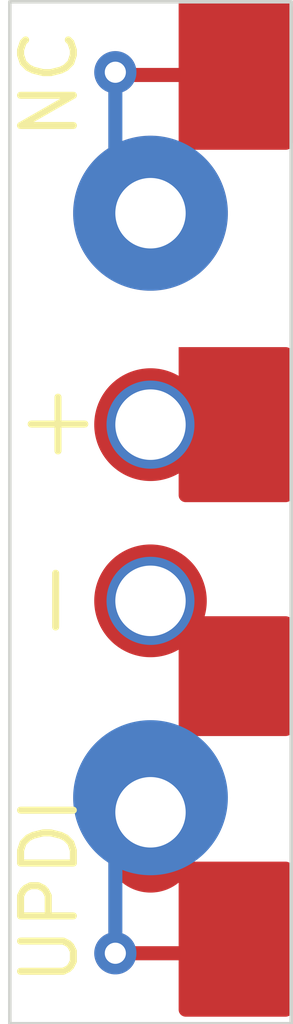
<source format=kicad_pcb>
(kicad_pcb
	(version 20241229)
	(generator "pcbnew")
	(generator_version "9.0")
	(general
		(thickness 1)
		(legacy_teardrops no)
	)
	(paper "A4")
	(layers
		(0 "F.Cu" signal)
		(2 "B.Cu" signal)
		(9 "F.Adhes" user "F.Adhesive")
		(11 "B.Adhes" user "B.Adhesive")
		(13 "F.Paste" user)
		(15 "B.Paste" user)
		(5 "F.SilkS" user "F.Silkscreen")
		(7 "B.SilkS" user "B.Silkscreen")
		(1 "F.Mask" user)
		(3 "B.Mask" user)
		(17 "Dwgs.User" user "User.Drawings")
		(19 "Cmts.User" user "User.Comments")
		(21 "Eco1.User" user "User.Eco1")
		(23 "Eco2.User" user "User.Eco2")
		(25 "Edge.Cuts" user)
		(27 "Margin" user)
		(31 "F.CrtYd" user "F.Courtyard")
		(29 "B.CrtYd" user "B.Courtyard")
		(35 "F.Fab" user)
		(33 "B.Fab" user)
		(39 "User.1" user)
		(41 "User.2" user)
		(43 "User.3" user)
		(45 "User.4" user)
	)
	(setup
		(stackup
			(layer "F.SilkS"
				(type "Top Silk Screen")
			)
			(layer "F.Paste"
				(type "Top Solder Paste")
			)
			(layer "F.Mask"
				(type "Top Solder Mask")
				(thickness 0.01)
			)
			(layer "F.Cu"
				(type "copper")
				(thickness 0.035)
			)
			(layer "dielectric 1"
				(type "core")
				(thickness 0.91)
				(material "FR4")
				(epsilon_r 4.5)
				(loss_tangent 0.02)
			)
			(layer "B.Cu"
				(type "copper")
				(thickness 0.035)
			)
			(layer "B.Mask"
				(type "Bottom Solder Mask")
				(thickness 0.01)
			)
			(layer "B.Paste"
				(type "Bottom Solder Paste")
			)
			(layer "B.SilkS"
				(type "Bottom Silk Screen")
			)
			(copper_finish "None")
			(dielectric_constraints no)
		)
		(pad_to_mask_clearance 0)
		(allow_soldermask_bridges_in_footprints no)
		(tenting front back)
		(pcbplotparams
			(layerselection 0x00000000_00000000_55555555_5755f5ff)
			(plot_on_all_layers_selection 0x00000000_00000000_00000000_00000000)
			(disableapertmacros no)
			(usegerberextensions no)
			(usegerberattributes yes)
			(usegerberadvancedattributes yes)
			(creategerberjobfile yes)
			(dashed_line_dash_ratio 12.000000)
			(dashed_line_gap_ratio 3.000000)
			(svgprecision 4)
			(plotframeref no)
			(mode 1)
			(useauxorigin yes)
			(hpglpennumber 1)
			(hpglpenspeed 20)
			(hpglpendiameter 15.000000)
			(pdf_front_fp_property_popups yes)
			(pdf_back_fp_property_popups yes)
			(pdf_metadata yes)
			(pdf_single_document no)
			(dxfpolygonmode yes)
			(dxfimperialunits yes)
			(dxfusepcbnewfont yes)
			(psnegative no)
			(psa4output no)
			(plot_black_and_white yes)
			(sketchpadsonfab no)
			(plotpadnumbers no)
			(hidednponfab no)
			(sketchdnponfab yes)
			(crossoutdnponfab yes)
			(subtractmaskfromsilk no)
			(outputformat 1)
			(mirror no)
			(drillshape 0)
			(scaleselection 1)
			(outputdirectory "POGO_GRB/")
		)
	)
	(net 0 "")
	(gr_circle
		(center 152 102)
		(end 152.75 102)
		(stroke
			(width 0.1)
			(type solid)
		)
		(fill yes)
		(layers "F.Cu" "F.Mask")
		(uuid "110e9673-234b-4c3b-a0df-6dfa8ed2d8e2")
	)
	(gr_rect
		(start 152.5 101)
		(end 153.922386 103)
		(stroke
			(width 0.2)
			(type solid)
		)
		(fill yes)
		(layers "F.Cu" "F.Mask")
		(uuid "1fb85e7a-19a3-478b-88b4-b7ac57ca7255")
	)
	(gr_circle
		(center 152 108)
		(end 152.539335 108)
		(stroke
			(width 0.2)
			(type solid)
		)
		(fill yes)
		(layers "F.Cu" "F.Mask")
		(uuid "263d82b1-a116-4fac-abaf-d22ea6b1a7ce")
	)
	(gr_rect
		(start 152.5 96.07736)
		(end 153.925124 98)
		(stroke
			(width 0.2)
			(type solid)
		)
		(fill yes)
		(layers "F.Cu" "F.Mask")
		(uuid "2f9df1c9-ee13-4b6b-aa1d-d528d67e18f8")
	)
	(gr_circle
		(center 152 104.5)
		(end 152.75 104.5)
		(stroke
			(width 0.1)
			(type solid)
		)
		(fill yes)
		(layers "F.Cu" "F.Mask")
		(uuid "9c8a4e1c-4263-47aa-8e2a-e74402fc0b63")
	)
	(gr_circle
		(center 152 99)
		(end 153 99)
		(stroke
			(width 0.2)
			(type solid)
		)
		(fill yes)
		(layers "F.Cu" "F.Mask")
		(uuid "9edddb93-8e48-4e6b-a174-1ead31e4c05e")
	)
	(gr_rect
		(start 152.5 108.300008)
		(end 153.921558 110.300008)
		(stroke
			(width 0.2)
			(type solid)
		)
		(fill yes)
		(layers "F.Cu" "F.Mask")
		(uuid "dc13d550-31a7-4080-9662-a39881f81f74")
	)
	(gr_rect
		(start 152.5 104.818285)
		(end 153.922513 106.318285)
		(stroke
			(width 0.2)
			(type solid)
		)
		(fill yes)
		(layers "F.Cu" "F.Mask")
		(uuid "dea9d4d4-c0fc-454a-b5cd-5129134b85d3")
	)
	(gr_circle
		(center 152 99)
		(end 153 99)
		(stroke
			(width 0.2)
			(type solid)
		)
		(fill yes)
		(layers "B.Cu" "B.Mask")
		(uuid "3057dab3-ba73-4905-b6bf-77522a8a0dc4")
	)
	(gr_circle
		(center 152 107.292893)
		(end 153 107.292893)
		(stroke
			(width 0.2)
			(type solid)
		)
		(fill yes)
		(layers "B.Cu" "B.Mask")
		(uuid "e3b26817-45e7-40bc-9825-131268cdf928")
	)
	(gr_rect
		(start 150 96)
		(end 154 110.5)
		(stroke
			(width 0.05)
			(type solid)
		)
		(fill no)
		(layer "Edge.Cuts")
		(uuid "16b00d87-45f0-4b4d-99a7-bdb2e9f86937")
	)
	(gr_line
		(start 152 103.25)
		(end 150 103.25)
		(stroke
			(width 0.1)
			(type solid)
		)
		(layer "User.3")
		(uuid "1bea0800-3a1e-45a7-88a2-e7c463104ddc")
	)
	(gr_line
		(start 154 103.25)
		(end 152 103.25)
		(stroke
			(width 0.1)
			(type solid)
		)
		(layer "User.3")
		(uuid "1db604e5-b2d3-4d4f-bced-b98218d533ad")
	)
	(gr_text "UPDI\n"
		(at 151 110 90)
		(layer "F.SilkS")
		(uuid "329915db-690a-4e56-9f28-5bcc91c6f91e")
		(effects
			(font
				(size 0.75 0.75)
				(thickness 0.1)
			)
			(justify left bottom)
		)
	)
	(gr_text "-"
		(at 151.160305 105.1743 90)
		(layer "F.SilkS")
		(uuid "3336fcde-e54b-4ee4-a49a-90e1504d0f24")
		(effects
			(font
				(size 1 1)
				(thickness 0.1)
			)
			(justify left bottom)
		)
	)
	(gr_text "+"
		(at 150 102.5 0)
		(layer "F.SilkS")
		(uuid "88f7b7dc-fc66-474c-ac1d-3e16add24089")
		(effects
			(font
				(size 1 1)
				(thickness 0.1)
			)
			(justify left bottom)
		)
	)
	(gr_text "NC"
		(at 151 98 90)
		(layer "F.SilkS")
		(uuid "ee82926a-716b-4f47-9f87-232127f32fc6")
		(effects
			(font
				(size 0.75 0.75)
				(thickness 0.1)
			)
			(justify left bottom)
		)
	)
	(segment
		(start 153.010787 109.5)
		(end 151.5 109.5)
		(width 0.2)
		(layer "F.Cu")
		(net 0)
		(uuid "11c0d4a4-632a-46b1-b2f1-6f3a83624705")
	)
	(segment
		(start 153.210779 109.300008)
		(end 153.010787 109.5)
		(width 0.2)
		(layer "F.Cu")
		(net 0)
		(uuid "1e28dc77-5717-42f8-9e4c-19f267fee1cd")
	)
	(segment
		(start 151.53868 97.03868)
		(end 151.5 97)
		(width 0.2)
		(layer "F.Cu")
		(net 0)
		(uuid "75df518a-cc4d-4481-bf04-bb91d5c952df")
	)
	(segment
		(start 153.212562 97.03868)
		(end 151.53868 97.03868)
		(width 0.2)
		(layer "F.Cu")
		(net 0)
		(uuid "8f748d96-a2ab-4b25-b210-743fe7bb1269")
	)
	(via
		(at 152 99)
		(size 1.25)
		(drill 1)
		(layers "F.Cu" "B.Cu")
		(net 0)
		(uuid "1834f547-1e95-4964-8e15-18fbed80bf35")
	)
	(via
		(at 152 102)
		(size 1.25)
		(drill 1)
		(layers "F.Cu" "B.Cu")
		(net 0)
		(uuid "3abac616-925e-40df-9c62-3446d17e8680")
	)
	(via
		(at 151.5 109.5)
		(size 0.6)
		(drill 0.3)
		(layers "F.Cu" "B.Cu")
		(net 0)
		(uuid "877d319f-b565-443f-aabc-0948e8a88e66")
	)
	(via
		(at 151.5 97)
		(size 0.6)
		(drill 0.3)
		(layers "F.Cu" "B.Cu")
		(net 0)
		(uuid "92d5d1ef-4417-4ae6-9960-c8d9ebfb4bf6")
	)
	(via
		(at 152 104.5)
		(size 1.25)
		(drill 1)
		(layers "F.Cu" "B.Cu")
		(net 0)
		(uuid "ae9dcaaf-6c98-47f8-ab49-0e06c85cdbe8")
	)
	(via
		(at 152 107.5)
		(size 1.25)
		(drill 1)
		(layers "F.Cu" "B.Cu")
		(net 0)
		(uuid "b835316d-bb28-48c4-8c7b-a638293b4c54")
	)
	(segment
		(start 151.5 107.792893)
		(end 151.5 109.5)
		(width 0.2)
		(layer "B.Cu")
		(net 0)
		(uuid "1cbe4f03-13a3-42a7-abf8-0bae27290c82")
	)
	(segment
		(start 151.5 97)
		(end 151.5 98.5)
		(width 0.2)
		(layer "B.Cu")
		(net 0)
		(uuid "4de27139-50ac-45c7-8e68-b4d999f034cb")
	)
	(segment
		(start 152 107.292893)
		(end 151.5 107.792893)
		(width 0.2)
		(layer "B.Cu")
		(net 0)
		(uuid "4f09db5d-8827-40dc-a9ed-3231f81b5359")
	)
	(segment
		(start 151.5 98.5)
		(end 152 99)
		(width 0.2)
		(layer "B.Cu")
		(net 0)
		(uuid "8c89ad96-31a8-4c7e-905b-c116aece022e")
	)
	(embedded_fonts no)
)

</source>
